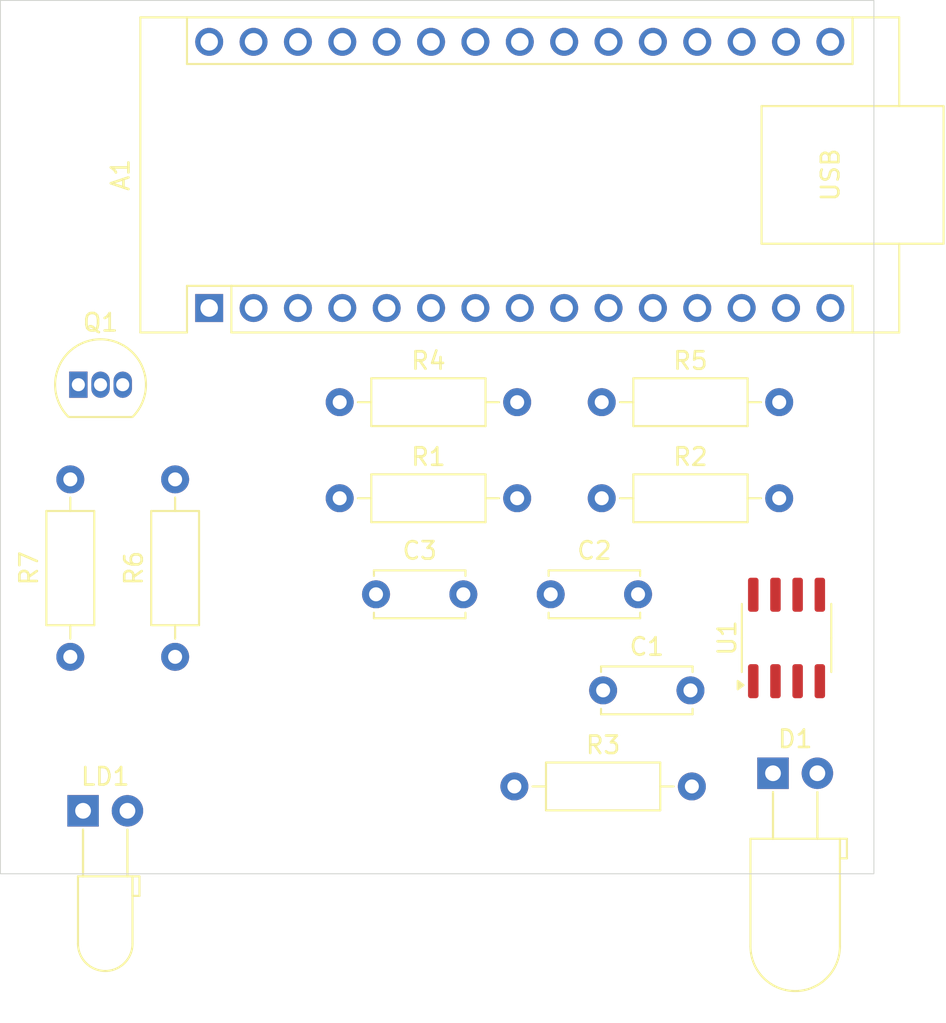
<source format=kicad_pcb>
(kicad_pcb (version 20241229) (generator "pcbnew") (generator_version "9.0")
  (layers (0 "F.Cu" signal) (2 "B.Cu" signal) (13 "F.Paste" user) (15 "B.Paste" user) (5 "F.SilkS" user "F.Silkscreen") (7 "B.SilkS" user "B.Silkscreen") (1 "F.Mask" user) (3 "B.Mask" user) (25 "Edge.Cuts" user))
  (net 0 "")
  (net 6 "Net-(A1-D3)")
  (net 17 "Net-(A1-+5V)")
  (net 22 "Net-(D1-A)")
  (net 29 "Net-(A1-A0)")
  (net 30 "Net-(C1-Pad1)")
  (net 31 "Net-(D1-K)")
  (net 32 "Net-(U1-V+)")
  (net 33 "Net-(LD1-K)")
  (net 34 "Net-(LD1-A)")
  (net 35 "Net-(Q1-B)")
  (net 36 "Net-(U1-+)")
  (footprint "Resistor_THT:R_Axial_DIN0207_L6.3mm_D2.5mm_P10.16mm_Horizontal" (layer "F.Cu") (at 68.42 76)
    (property "Reference" "R3" (at 5.08 -2.37 0) (layer "F.SilkS"))
    (property "Value" "2Meg")
    (fp_line (start 1.04 0) (end 1.81 0) (stroke (width 0.12)) (layer "F.SilkS"))
    (fp_line (start 1.81 -1.37) (end 1.81 1.37) (stroke (width 0.12)) (layer "F.SilkS"))
    (fp_line (start 1.81 1.37) (end 8.35 1.37) (stroke (width 0.12)) (layer "F.SilkS"))
    (fp_line (start 8.35 -1.37) (end 1.81 -1.37) (stroke (width 0.12)) (layer "F.SilkS"))
    (fp_line (start 8.35 1.37) (end 8.35 -1.37) (stroke (width 0.12)) (layer "F.SilkS"))
    (fp_line (start 9.12 0) (end 8.35 0) (stroke (width 0.12)) (layer "F.SilkS"))
    (pad "1" thru_hole circle (at 0 0) (size 1.6 1.6) (drill 0.8) (layers "*.Cu" "*.Mask") (net 31 "Net-(D1-K)"))
    (pad "2" thru_hole oval (at 10.16 0) (size 1.6 1.6) (drill 0.8) (layers "*.Cu" "*.Mask") (net 30 "Net-(C1-Pad1)"))
  )
  (footprint "Resistor_THT:R_Axial_DIN0207_L6.3mm_D2.5mm_P10.16mm_Horizontal" (layer "F.Cu") (at 73.42 59.5)
    (property "Reference" "R2" (at 5.08 -2.37 0) (layer "F.SilkS"))
    (property "Value" "220")
    (fp_line (start 1.04 0) (end 1.81 0) (stroke (width 0.12)) (layer "F.SilkS"))
    (fp_line (start 1.81 -1.37) (end 1.81 1.37) (stroke (width 0.12)) (layer "F.SilkS"))
    (fp_line (start 1.81 1.37) (end 8.35 1.37) (stroke (width 0.12)) (layer "F.SilkS"))
    (fp_line (start 8.35 -1.37) (end 1.81 -1.37) (stroke (width 0.12)) (layer "F.SilkS"))
    (fp_line (start 8.35 1.37) (end 8.35 -1.37) (stroke (width 0.12)) (layer "F.SilkS"))
    (fp_line (start 9.12 0) (end 8.35 0) (stroke (width 0.12)) (layer "F.SilkS"))
    (pad "1" thru_hole circle (at 0 0) (size 1.6 1.6) (drill 0.8) (layers "*.Cu" "*.Mask") (net 36 "Net-(U1-+)"))
    (pad "2" thru_hole oval (at 10.16 0) (size 1.6 1.6) (drill 0.8) (layers "*.Cu" "*.Mask") (net 22 "Net-(D1-A)"))
  )
  (footprint "Capacitor_THT:C_Disc_D5.0mm_W2.5mm_P5.00mm" (layer "F.Cu") (at 60.5 65)
    (property "Reference" "C3" (at 2.5 -2.5 0) (layer "F.SilkS"))
    (property "Value" "0.1uF")
    (fp_line (start -0.12 -1.37) (end -0.12 -1.055) (stroke (width 0.12)) (layer "F.SilkS"))
    (fp_line (start -0.12 -1.37) (end 5.12 -1.37) (stroke (width 0.12)) (layer "F.SilkS"))
    (fp_line (start -0.12 1.055) (end -0.12 1.37) (stroke (width 0.12)) (layer "F.SilkS"))
    (fp_line (start -0.12 1.37) (end 5.12 1.37) (stroke (width 0.12)) (layer "F.SilkS"))
    (fp_line (start 5.12 -1.37) (end 5.12 -1.055) (stroke (width 0.12)) (layer "F.SilkS"))
    (fp_line (start 5.12 1.055) (end 5.12 1.37) (stroke (width 0.12)) (layer "F.SilkS"))
    (pad "1" thru_hole circle (at 0 0) (size 1.6 1.6) (drill 0.8) (layers "*.Cu" "*.Mask") (net 17 "Net-(A1-+5V)"))
    (pad "2" thru_hole circle (at 5 0) (size 1.6 1.6) (drill 0.8) (layers "*.Cu" "*.Mask") (net 32 "Net-(U1-V+)"))
  )
  (footprint "Resistor_THT:R_Axial_DIN0207_L6.3mm_D2.5mm_P10.16mm_Horizontal" (layer "F.Cu") (at 73.42 54)
    (property "Reference" "R5" (at 5.08 -2.37 0) (layer "F.SilkS"))
    (property "Value" "10k")
    (fp_line (start 1.04 0) (end 1.81 0) (stroke (width 0.12)) (layer "F.SilkS"))
    (fp_line (start 1.81 -1.37) (end 1.81 1.37) (stroke (width 0.12)) (layer "F.SilkS"))
    (fp_line (start 1.81 1.37) (end 8.35 1.37) (stroke (width 0.12)) (layer "F.SilkS"))
    (fp_line (start 8.35 -1.37) (end 1.81 -1.37) (stroke (width 0.12)) (layer "F.SilkS"))
    (fp_line (start 8.35 1.37) (end 8.35 -1.37) (stroke (width 0.12)) (layer "F.SilkS"))
    (fp_line (start 9.12 0) (end 8.35 0) (stroke (width 0.12)) (layer "F.SilkS"))
    (pad "1" thru_hole circle (at 0 0) (size 1.6 1.6) (drill 0.8) (layers "*.Cu" "*.Mask") (net 29 "Net-(A1-A0)"))
    (pad "2" thru_hole oval (at 10.16 0) (size 1.6 1.6) (drill 0.8) (layers "*.Cu" "*.Mask") (net 22 "Net-(D1-A)"))
  )
  (footprint "Package_TO_SOT_THT:TO-92_Inline" (layer "F.Cu") (at 43.46 53)
    (property "Reference" "Q1" (at 1.27 -3.56 0) (layer "F.SilkS"))
    (property "Value" "2N3904")
    (fp_line (start -0.53 1.85) (end 3.07 1.85) (stroke (width 0.12)) (layer "F.SilkS"))
    (fp_arc (start -0.568478 1.838478) (mid -1.132087 -0.994977) (end 1.27 -2.6) (stroke (width 0.12)) (layer "F.SilkS"))
    (fp_arc (start 1.27 -2.6) (mid 3.672087 -0.994977) (end 3.108478 1.838478) (stroke (width 0.12)) (layer "F.SilkS"))
    (pad "1" thru_hole rect (at 0 0) (size 1.05 1.5) (drill 0.75) (layers "*.Cu" "*.Mask") (net 22 "Net-(D1-A)"))
    (pad "2" thru_hole oval (at 1.27 0) (size 1.05 1.5) (drill 0.75) (layers "*.Cu" "*.Mask") (net 35 "Net-(Q1-B)"))
    (pad "3" thru_hole oval (at 2.54 0) (size 1.05 1.5) (drill 0.75) (layers "*.Cu" "*.Mask") (net 33 "Net-(LD1-K)"))
  )
  (footprint "Capacitor_THT:C_Disc_D5.0mm_W2.5mm_P5.00mm" (layer "F.Cu") (at 73.5 70.5)
    (property "Reference" "C1" (at 2.5 -2.5 0) (layer "F.SilkS"))
    (property "Value" "1pF")
    (fp_line (start -0.12 -1.37) (end -0.12 -1.055) (stroke (width 0.12)) (layer "F.SilkS"))
    (fp_line (start -0.12 -1.37) (end 5.12 -1.37) (stroke (width 0.12)) (layer "F.SilkS"))
    (fp_line (start -0.12 1.055) (end -0.12 1.37) (stroke (width 0.12)) (layer "F.SilkS"))
    (fp_line (start -0.12 1.37) (end 5.12 1.37) (stroke (width 0.12)) (layer "F.SilkS"))
    (fp_line (start 5.12 -1.37) (end 5.12 -1.055) (stroke (width 0.12)) (layer "F.SilkS"))
    (fp_line (start 5.12 1.055) (end 5.12 1.37) (stroke (width 0.12)) (layer "F.SilkS"))
    (pad "1" thru_hole circle (at 0 0) (size 1.6 1.6) (drill 0.8) (layers "*.Cu" "*.Mask") (net 30 "Net-(C1-Pad1)"))
    (pad "2" thru_hole circle (at 5 0) (size 1.6 1.6) (drill 0.8) (layers "*.Cu" "*.Mask") (net 31 "Net-(D1-K)"))
  )
  (footprint "LED_THT:LED_D5.0mm_Horizontal_O3.81mm_Z3.0mm" (layer "F.Cu") (at 83.225 75.245)
    (property "Reference" "D1" (at 1.27 -1.96 0) (layer "F.SilkS"))
    (property "Value" "OP999")
    (fp_line (start -1.29 3.75) (end -1.29 9.91) (stroke (width 0.12)) (layer "F.SilkS"))
    (fp_line (start -1.29 3.75) (end 3.83 3.75) (stroke (width 0.12)) (layer "F.SilkS"))
    (fp_line (start 0 1.08) (end 0 1.08) (stroke (width 0.12)) (layer "F.SilkS"))
    (fp_line (start 0 1.08) (end 0 3.75) (stroke (width 0.12)) (layer "F.SilkS"))
    (fp_line (start 0 3.75) (end 0 1.08) (stroke (width 0.12)) (layer "F.SilkS"))
    (fp_line (start 0 3.75) (end 0 3.75) (stroke (width 0.12)) (layer "F.SilkS"))
    (fp_line (start 2.54 1.08) (end 2.54 1.08) (stroke (width 0.12)) (layer "F.SilkS"))
    (fp_line (start 2.54 1.08) (end 2.54 3.75) (stroke (width 0.12)) (layer "F.SilkS"))
    (fp_line (start 2.54 3.75) (end 2.54 1.08) (stroke (width 0.12)) (layer "F.SilkS"))
    (fp_line (start 2.54 3.75) (end 2.54 3.75) (stroke (width 0.12)) (layer "F.SilkS"))
    (fp_line (start 3.83 3.75) (end 3.83 9.91) (stroke (width 0.12)) (layer "F.SilkS"))
    (fp_line (start 3.83 3.75) (end 4.23 3.75) (stroke (width 0.12)) (layer "F.SilkS"))
    (fp_line (start 3.83 4.87) (end 3.83 3.75) (stroke (width 0.12)) (layer "F.SilkS"))
    (fp_line (start 4.23 3.75) (end 4.23 4.87) (stroke (width 0.12)) (layer "F.SilkS"))
    (fp_line (start 4.23 4.87) (end 3.83 4.87) (stroke (width 0.12)) (layer "F.SilkS"))
    (fp_arc (start 3.83 9.91) (mid 1.27 12.47) (end -1.29 9.91) (stroke (width 0.12)) (layer "F.SilkS"))
    (pad "1" thru_hole rect (at 0 0) (size 1.8 1.8) (drill 0.9) (layers "*.Cu" "*.Mask") (net 31 "Net-(D1-K)"))
    (pad "2" thru_hole circle (at 2.54 0) (size 1.8 1.8) (drill 0.9) (layers "*.Cu" "*.Mask") (net 22 "Net-(D1-A)"))
  )
  (footprint "Package_SO:SOIC-8_3.9x4.9mm_P1.27mm" (layer "F.Cu") (at 84 67.5 90)
    (property "Reference" "U1" (at 0 -3.4 90) (layer "F.SilkS"))
    (property "Value" "OPA333xxD")
    (fp_line (start 0 -2.56) (end 1.95 -2.56) (stroke (width 0.12)) (layer "F.SilkS"))
    (fp_line (start 0 -2.56) (end -1.95 -2.56) (stroke (width 0.12)) (layer "F.SilkS"))
    (fp_line (start 0 2.56) (end 1.95 2.56) (stroke (width 0.12)) (layer "F.SilkS"))
    (fp_line (start 0 2.56) (end -1.95 2.56) (stroke (width 0.12)) (layer "F.SilkS"))
    (fp_poly (pts (xy -2.7 -2.465) (xy -2.94 -2.795) (xy -2.46 -2.795) (xy -2.7 -2.465)) (stroke (width 0.12)) (fill yes) (layer "F.SilkS"))
    (pad "1" smd roundrect (at -2.475 -1.905 90) (size 1.95 0.6) (layers "F.Cu" "F.Mask" "F.Paste") (net 30 "Net-(C1-Pad1)"))
    (pad "2" smd roundrect (at -2.475 -0.635 90) (size 1.95 0.6) (layers "F.Cu" "F.Mask" "F.Paste") (net 31 "Net-(D1-K)"))
    (pad "3" smd roundrect (at -2.475 0.635 90) (size 1.95 0.6) (layers "F.Cu" "F.Mask" "F.Paste") (net 36 "Net-(U1-+)"))
    (pad "4" smd roundrect (at -2.475 1.905 90) (size 1.95 0.6) (layers "F.Cu" "F.Mask" "F.Paste") (net 22 "Net-(D1-A)"))
    (pad "5" smd roundrect (at 2.475 1.905 90) (size 1.95 0.6) (layers "F.Cu" "F.Mask" "F.Paste"))
    (pad "6" smd roundrect (at 2.475 0.635 90) (size 1.95 0.6) (layers "F.Cu" "F.Mask" "F.Paste"))
    (pad "7" smd roundrect (at 2.475 -0.635 90) (size 1.95 0.6) (layers "F.Cu" "F.Mask" "F.Paste"))
    (pad "8" smd roundrect (at 2.475 -1.905 90) (size 1.95 0.6) (layers "F.Cu" "F.Mask" "F.Paste") (net 32 "Net-(U1-V+)"))
  )
  (footprint "Resistor_THT:R_Axial_DIN0207_L6.3mm_D2.5mm_P10.16mm_Horizontal" (layer "F.Cu") (at 58.42 59.5)
    (property "Reference" "R1" (at 5.08 -2.37 0) (layer "F.SilkS"))
    (property "Value" "12k")
    (fp_line (start 1.04 0) (end 1.81 0) (stroke (width 0.12)) (layer "F.SilkS"))
    (fp_line (start 1.81 -1.37) (end 1.81 1.37) (stroke (width 0.12)) (layer "F.SilkS"))
    (fp_line (start 1.81 1.37) (end 8.35 1.37) (stroke (width 0.12)) (layer "F.SilkS"))
    (fp_line (start 8.35 -1.37) (end 1.81 -1.37) (stroke (width 0.12)) (layer "F.SilkS"))
    (fp_line (start 8.35 1.37) (end 8.35 -1.37) (stroke (width 0.12)) (layer "F.SilkS"))
    (fp_line (start 9.12 0) (end 8.35 0) (stroke (width 0.12)) (layer "F.SilkS"))
    (pad "1" thru_hole circle (at 0 0) (size 1.6 1.6) (drill 0.8) (layers "*.Cu" "*.Mask") (net 36 "Net-(U1-+)"))
    (pad "2" thru_hole oval (at 10.16 0) (size 1.6 1.6) (drill 0.8) (layers "*.Cu" "*.Mask") (net 32 "Net-(U1-V+)"))
  )
  (footprint "Resistor_THT:R_Axial_DIN0207_L6.3mm_D2.5mm_P10.16mm_Horizontal" (layer "F.Cu") (at 49 68.58 90)
    (property "Reference" "R6" (at 5.08 -2.37 90) (layer "F.SilkS"))
    (property "Value" "10k")
    (fp_line (start 8.35 -1.37) (end 1.81 -1.37) (stroke (width 0.12)) (layer "F.SilkS"))
    (fp_line (start 1.81 -1.37) (end 1.81 1.37) (stroke (width 0.12)) (layer "F.SilkS"))
    (fp_line (start 9.12 0) (end 8.35 0) (stroke (width 0.12)) (layer "F.SilkS"))
    (fp_line (start 1.04 0) (end 1.81 0) (stroke (width 0.12)) (layer "F.SilkS"))
    (fp_line (start 8.35 1.37) (end 8.35 -1.37) (stroke (width 0.12)) (layer "F.SilkS"))
    (fp_line (start 1.81 1.37) (end 8.35 1.37) (stroke (width 0.12)) (layer "F.SilkS"))
    (pad "1" thru_hole circle (at 0 0 90) (size 1.6 1.6) (drill 0.8) (layers "*.Cu" "*.Mask") (net 6 "Net-(A1-D3)"))
    (pad "2" thru_hole oval (at 10.16 0 90) (size 1.6 1.6) (drill 0.8) (layers "*.Cu" "*.Mask") (net 35 "Net-(Q1-B)"))
  )
  (footprint "Resistor_THT:R_Axial_DIN0207_L6.3mm_D2.5mm_P10.16mm_Horizontal" (layer "F.Cu") (at 43 68.58 90)
    (property "Reference" "R7" (at 5.08 -2.37 90) (layer "F.SilkS"))
    (property "Value" "330")
    (fp_line (start 8.35 -1.37) (end 1.81 -1.37) (stroke (width 0.12)) (layer "F.SilkS"))
    (fp_line (start 1.81 -1.37) (end 1.81 1.37) (stroke (width 0.12)) (layer "F.SilkS"))
    (fp_line (start 9.12 0) (end 8.35 0) (stroke (width 0.12)) (layer "F.SilkS"))
    (fp_line (start 1.04 0) (end 1.81 0) (stroke (width 0.12)) (layer "F.SilkS"))
    (fp_line (start 8.35 1.37) (end 8.35 -1.37) (stroke (width 0.12)) (layer "F.SilkS"))
    (fp_line (start 1.81 1.37) (end 8.35 1.37) (stroke (width 0.12)) (layer "F.SilkS"))
    (pad "1" thru_hole circle (at 0 0 90) (size 1.6 1.6) (drill 0.8) (layers "*.Cu" "*.Mask") (net 17 "Net-(A1-+5V)"))
    (pad "2" thru_hole oval (at 10.16 0 90) (size 1.6 1.6) (drill 0.8) (layers "*.Cu" "*.Mask") (net 34 "Net-(LD1-A)"))
  )
  (footprint "Capacitor_THT:C_Disc_D5.0mm_W2.5mm_P5.00mm" (layer "F.Cu") (at 70.5 65)
    (property "Reference" "C2" (at 2.5 -2.5 0) (layer "F.SilkS"))
    (property "Value" "10uF")
    (fp_line (start -0.12 -1.37) (end -0.12 -1.055) (stroke (width 0.12)) (layer "F.SilkS"))
    (fp_line (start -0.12 -1.37) (end 5.12 -1.37) (stroke (width 0.12)) (layer "F.SilkS"))
    (fp_line (start -0.12 1.055) (end -0.12 1.37) (stroke (width 0.12)) (layer "F.SilkS"))
    (fp_line (start -0.12 1.37) (end 5.12 1.37) (stroke (width 0.12)) (layer "F.SilkS"))
    (fp_line (start 5.12 -1.37) (end 5.12 -1.055) (stroke (width 0.12)) (layer "F.SilkS"))
    (fp_line (start 5.12 1.055) (end 5.12 1.37) (stroke (width 0.12)) (layer "F.SilkS"))
    (pad "1" thru_hole circle (at 0 0) (size 1.6 1.6) (drill 0.8) (layers "*.Cu" "*.Mask") (net 29 "Net-(A1-A0)"))
    (pad "2" thru_hole circle (at 5 0) (size 1.6 1.6) (drill 0.8) (layers "*.Cu" "*.Mask") (net 30 "Net-(C1-Pad1)"))
  )
  (footprint "Module:Arduino_Nano" (layer "F.Cu") (at 50.95 48.61 90)
    (property "Reference" "A1" (at 7.62 -5.08 90) (layer "F.SilkS"))
    (property "Value" "Arduino_Nano_v3.x")
    (fp_line (start 16.64 -3.94) (end -1.4 -3.94) (stroke (width 0.12)) (layer "F.SilkS"))
    (fp_line (start -1.4 -3.94) (end -1.4 -1.27) (stroke (width 0.12)) (layer "F.SilkS"))
    (fp_line (start 13.97 -1.27) (end 16.64 -1.27) (stroke (width 0.12)) (layer "F.SilkS"))
    (fp_line (start 13.97 -1.27) (end 13.97 36.83) (stroke (width 0.12)) (layer "F.SilkS"))
    (fp_line (start 1.27 -1.27) (end -1.4 -1.27) (stroke (width 0.12)) (layer "F.SilkS"))
    (fp_line (start 1.27 1.27) (end 1.27 -1.27) (stroke (width 0.12)) (layer "F.SilkS"))
    (fp_line (start 1.27 1.27) (end -1.4 1.27) (stroke (width 0.12)) (layer "F.SilkS"))
    (fp_line (start 1.27 1.27) (end 1.27 36.83) (stroke (width 0.12)) (layer "F.SilkS"))
    (fp_line (start -1.4 1.27) (end -1.4 39.5) (stroke (width 0.12)) (layer "F.SilkS"))
    (fp_line (start 11.56 31.62) (end 11.56 42.04) (stroke (width 0.12)) (layer "F.SilkS"))
    (fp_line (start 3.68 31.62) (end 11.56 31.62) (stroke (width 0.12)) (layer "F.SilkS"))
    (fp_line (start 13.97 36.83) (end 16.64 36.83) (stroke (width 0.12)) (layer "F.SilkS"))
    (fp_line (start 1.27 36.83) (end -1.4 36.83) (stroke (width 0.12)) (layer "F.SilkS"))
    (fp_line (start 16.64 39.5) (end 16.64 -3.94) (stroke (width 0.12)) (layer "F.SilkS"))
    (fp_line (start 16.64 39.5) (end 11.56 39.5) (stroke (width 0.12)) (layer "F.SilkS"))
    (fp_line (start -1.4 39.5) (end 3.68 39.5) (stroke (width 0.12)) (layer "F.SilkS"))
    (fp_line (start 11.56 42.04) (end 3.68 42.04) (stroke (width 0.12)) (layer "F.SilkS"))
    (fp_line (start 3.68 42.04) (end 3.68 31.62) (stroke (width 0.12)) (layer "F.SilkS"))
    (fp_text user "USB" (at 7.62 35.56 90) (layer "F.SilkS"))
    (pad "1" thru_hole rect (at 0 0 90) (size 1.6 1.6) (drill 1) (layers "*.Cu" "*.Mask"))
    (pad "2" thru_hole oval (at 0 2.54 90) (size 1.6 1.6) (drill 1) (layers "*.Cu" "*.Mask"))
    (pad "3" thru_hole oval (at 0 5.08 90) (size 1.6 1.6) (drill 1) (layers "*.Cu" "*.Mask"))
    (pad "4" thru_hole oval (at 0 7.62 90) (size 1.6 1.6) (drill 1) (layers "*.Cu" "*.Mask") (net 22 "Net-(D1-A)"))
    (pad "5" thru_hole oval (at 0 10.16 90) (size 1.6 1.6) (drill 1) (layers "*.Cu" "*.Mask"))
    (pad "6" thru_hole oval (at 0 12.7 90) (size 1.6 1.6) (drill 1) (layers "*.Cu" "*.Mask") (net 6 "Net-(A1-D3)"))
    (pad "7" thru_hole oval (at 0 15.24 90) (size 1.6 1.6) (drill 1) (layers "*.Cu" "*.Mask"))
    (pad "8" thru_hole oval (at 0 17.78 90) (size 1.6 1.6) (drill 1) (layers "*.Cu" "*.Mask"))
    (pad "9" thru_hole oval (at 0 20.32 90) (size 1.6 1.6) (drill 1) (layers "*.Cu" "*.Mask"))
    (pad "10" thru_hole oval (at 0 22.86 90) (size 1.6 1.6) (drill 1) (layers "*.Cu" "*.Mask"))
    (pad "11" thru_hole oval (at 0 25.4 90) (size 1.6 1.6) (drill 1) (layers "*.Cu" "*.Mask"))
    (pad "12" thru_hole oval (at 0 27.94 90) (size 1.6 1.6) (drill 1) (layers "*.Cu" "*.Mask"))
    (pad "13" thru_hole oval (at 0 30.48 90) (size 1.6 1.6) (drill 1) (layers "*.Cu" "*.Mask"))
    (pad "14" thru_hole oval (at 0 33.02 90) (size 1.6 1.6) (drill 1) (layers "*.Cu" "*.Mask"))
    (pad "15" thru_hole oval (at 0 35.56 90) (size 1.6 1.6) (drill 1) (layers "*.Cu" "*.Mask"))
    (pad "16" thru_hole oval (at 15.24 35.56 90) (size 1.6 1.6) (drill 1) (layers "*.Cu" "*.Mask"))
    (pad "17" thru_hole oval (at 15.24 33.02 90) (size 1.6 1.6) (drill 1) (layers "*.Cu" "*.Mask"))
    (pad "18" thru_hole oval (at 15.24 30.48 90) (size 1.6 1.6) (drill 1) (layers "*.Cu" "*.Mask"))
    (pad "19" thru_hole oval (at 15.24 27.94 90) (size 1.6 1.6) (drill 1) (layers "*.Cu" "*.Mask") (net 29 "Net-(A1-A0)"))
    (pad "20" thru_hole oval (at 15.24 25.4 90) (size 1.6 1.6) (drill 1) (layers "*.Cu" "*.Mask"))
    (pad "21" thru_hole oval (at 15.24 22.86 90) (size 1.6 1.6) (drill 1) (layers "*.Cu" "*.Mask"))
    (pad "22" thru_hole oval (at 15.24 20.32 90) (size 1.6 1.6) (drill 1) (layers "*.Cu" "*.Mask"))
    (pad "23" thru_hole oval (at 15.24 17.78 90) (size 1.6 1.6) (drill 1) (layers "*.Cu" "*.Mask"))
    (pad "24" thru_hole oval (at 15.24 15.24 90) (size 1.6 1.6) (drill 1) (layers "*.Cu" "*.Mask"))
    (pad "25" thru_hole oval (at 15.24 12.7 90) (size 1.6 1.6) (drill 1) (layers "*.Cu" "*.Mask"))
    (pad "26" thru_hole oval (at 15.24 10.16 90) (size 1.6 1.6) (drill 1) (layers "*.Cu" "*.Mask"))
    (pad "27" thru_hole oval (at 15.24 7.62 90) (size 1.6 1.6) (drill 1) (layers "*.Cu" "*.Mask") (net 17 "Net-(A1-+5V)"))
    (pad "28" thru_hole oval (at 15.24 5.08 90) (size 1.6 1.6) (drill 1) (layers "*.Cu" "*.Mask"))
    (pad "29" thru_hole oval (at 15.24 2.54 90) (size 1.6 1.6) (drill 1) (layers "*.Cu" "*.Mask") (net 22 "Net-(D1-A)"))
    (pad "30" thru_hole oval (at 15.24 0 90) (size 1.6 1.6) (drill 1) (layers "*.Cu" "*.Mask"))
  )
  (footprint "LED_THT:LED_D3.0mm_Horizontal_O3.81mm_Z2.0mm" (layer "F.Cu") (at 43.73 77.395)
    (property "Reference" "LD1" (at 1.27 -1.96 0) (layer "F.SilkS"))
    (property "Value" "OPV332")
    (fp_line (start -0.29 3.75) (end -0.29 7.61) (stroke (width 0.12)) (layer "F.SilkS"))
    (fp_line (start -0.29 3.75) (end 2.83 3.75) (stroke (width 0.12)) (layer "F.SilkS"))
    (fp_line (start 0 1.08) (end 0 1.08) (stroke (width 0.12)) (layer "F.SilkS"))
    (fp_line (start 0 1.08) (end 0 3.75) (stroke (width 0.12)) (layer "F.SilkS"))
    (fp_line (start 0 3.75) (end 0 1.08) (stroke (width 0.12)) (layer "F.SilkS"))
    (fp_line (start 0 3.75) (end 0 3.75) (stroke (width 0.12)) (layer "F.SilkS"))
    (fp_line (start 2.54 1.08) (end 2.54 1.08) (stroke (width 0.12)) (layer "F.SilkS"))
    (fp_line (start 2.54 1.08) (end 2.54 3.75) (stroke (width 0.12)) (layer "F.SilkS"))
    (fp_line (start 2.54 3.75) (end 2.54 1.08) (stroke (width 0.12)) (layer "F.SilkS"))
    (fp_line (start 2.54 3.75) (end 2.54 3.75) (stroke (width 0.12)) (layer "F.SilkS"))
    (fp_line (start 2.83 3.75) (end 2.83 7.61) (stroke (width 0.12)) (layer "F.SilkS"))
    (fp_line (start 2.83 3.75) (end 3.23 3.75) (stroke (width 0.12)) (layer "F.SilkS"))
    (fp_line (start 2.83 4.87) (end 2.83 3.75) (stroke (width 0.12)) (layer "F.SilkS"))
    (fp_line (start 3.23 3.75) (end 3.23 4.87) (stroke (width 0.12)) (layer "F.SilkS"))
    (fp_line (start 3.23 4.87) (end 2.83 4.87) (stroke (width 0.12)) (layer "F.SilkS"))
    (fp_arc (start 2.83 7.61) (mid 1.27 9.17) (end -0.29 7.61) (stroke (width 0.12)) (layer "F.SilkS"))
    (pad "1" thru_hole rect (at 0 0) (size 1.8 1.8) (drill 0.9) (layers "*.Cu" "*.Mask") (net 34 "Net-(LD1-A)"))
    (pad "2" thru_hole circle (at 2.54 0) (size 1.8 1.8) (drill 0.9) (layers "*.Cu" "*.Mask") (net 33 "Net-(LD1-K)"))
  )
  (footprint "Resistor_THT:R_Axial_DIN0207_L6.3mm_D2.5mm_P10.16mm_Horizontal" (layer "F.Cu") (at 58.42 54)
    (property "Reference" "R4" (at 5.08 -2.37 0) (layer "F.SilkS"))
    (property "Value" "10k")
    (fp_line (start 1.04 0) (end 1.81 0) (stroke (width 0.12)) (layer "F.SilkS"))
    (fp_line (start 1.81 -1.37) (end 1.81 1.37) (stroke (width 0.12)) (layer "F.SilkS"))
    (fp_line (start 1.81 1.37) (end 8.35 1.37) (stroke (width 0.12)) (layer "F.SilkS"))
    (fp_line (start 8.35 -1.37) (end 1.81 -1.37) (stroke (width 0.12)) (layer "F.SilkS"))
    (fp_line (start 8.35 1.37) (end 8.35 -1.37) (stroke (width 0.12)) (layer "F.SilkS"))
    (fp_line (start 9.12 0) (end 8.35 0) (stroke (width 0.12)) (layer "F.SilkS"))
    (pad "1" thru_hole circle (at 0 0) (size 1.6 1.6) (drill 0.8) (layers "*.Cu" "*.Mask") (net 17 "Net-(A1-+5V)"))
    (pad "2" thru_hole oval (at 10.16 0) (size 1.6 1.6) (drill 0.8) (layers "*.Cu" "*.Mask") (net 29 "Net-(A1-A0)"))
  )
  (gr_rect (start 39 31) (end 89 81) (stroke (width 0.05)) (fill no) (layer "Edge.Cuts"))
)
</source>
